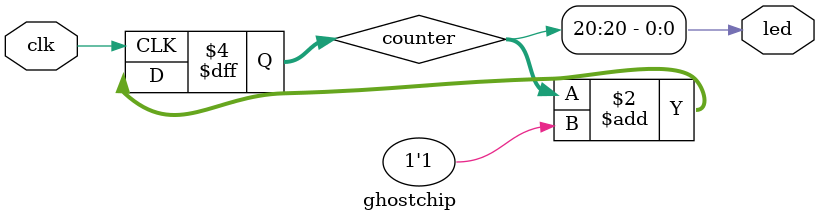
<source format=v>
module ghostchip (
    input clk, 
    output led
);

reg [23:0] counter = 0;

always @ (posedge clk) 
begin
    counter <= counter + 1'b1;
end

assign led = counter[20];

endmodule
</source>
